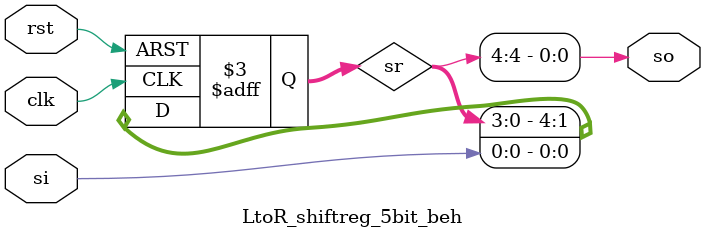
<source format=v>
`timescale 1ns / 1ps


module LtoR_shiftreg_5bit_beh(
    output so,
    input si,clk,rst
    );
    reg [4:0]sr;
    
    always@(posedge clk,negedge rst)
    if(!rst)
    sr<=5'd0;
    else
    sr<={sr[3:0],si};
    assign so=sr[4];
    
    
endmodule

</source>
